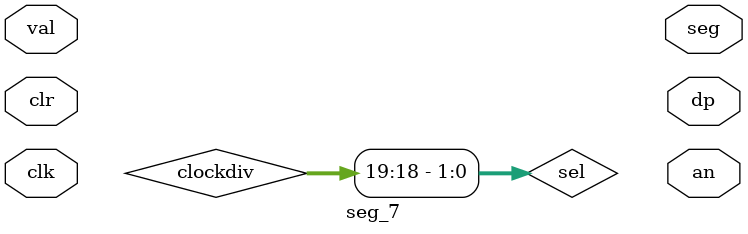
<source format=sv>
`timescale 1ns / 1ps


module seg_7(
    input logic clk, clr,
    input logic[15:0] val,
    output logic[6:0] seg,
    output logic[3:0] an,
    output logic dp
    );
    logic[19:0] clockdiv;
    logic[1:0] sel;
    logic[3:0] digit;
    assign sel=clockdiv[19:18];
    
    always_ff @(posedge clk)
        if (clr)
            clockdiv <= 0;
        else
            clockdiv <= clockdiv +1;
    always_comb
    begin
        case(sel)
            'b00: digit = val[3:0];
            'b01: digit = val[7:4];
            'b10: digit = val[11:8];
            'b11: digit = val[15:12];
        endcase
        
    end
endmodule

</source>
